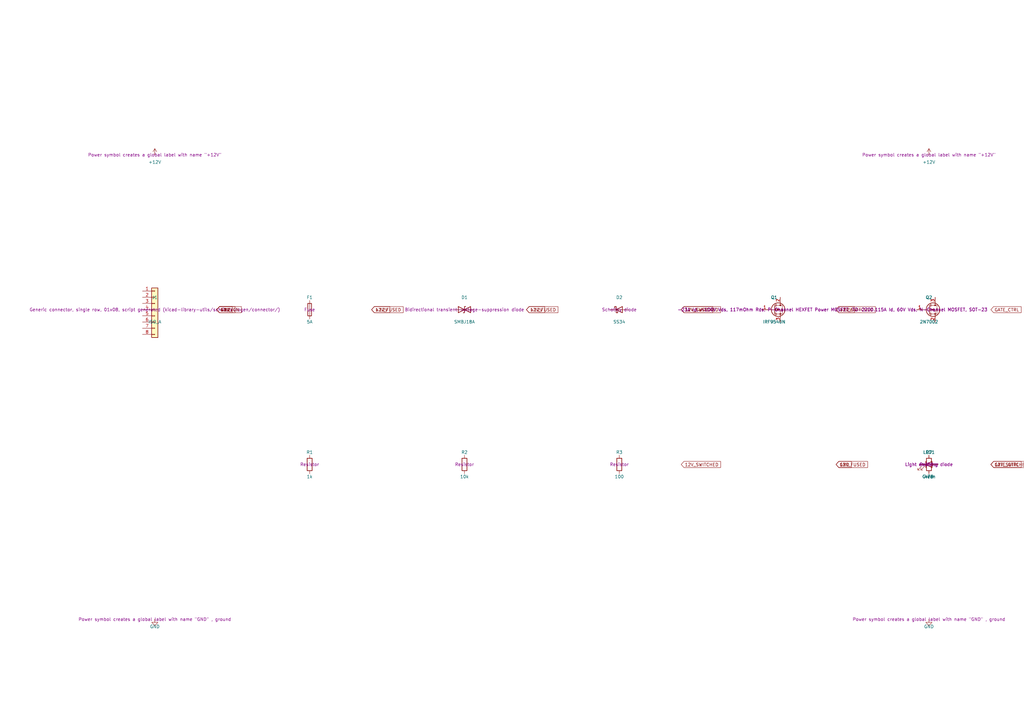
<source format=kicad_sch>
(kicad_sch (version 20250114) (generator "eeschema") (generator_version "9.0")
  (paper "A3")
  (title_block (title "WRX Power & CAN HAT") (date "2026-02-02T00:08:32.410828") (rev "1.0") (company "Auto-generated by Python"))
  (lib_symbols
    (symbol "Connector:Screw_Terminal_01x02" (pin_names (offset 1.016) (hide yes))
      (property "Reference" "J" (at 0 2.54 0))
      (property "Value" "Screw_Terminal_01x02" (at 0 -5.08 0))
      (symbol "Screw_Terminal_01x02_1_1"
        (pin passive line (at -5.08 0 0) (length 3.81) (name "Pin_1") (number "1"))
        (pin passive line (at -5.08 -2.54 0) (length 3.81) (name "Pin_2") (number "2"))
      )
    )
    (symbol "Connector_Generic:Conn_01x02" (pin_names (offset 1.016) (hide yes))
      (property "Reference" "J" (at 0 2.54 0))
      (property "Value" "Conn_01x02" (at 0 -5.08 0))
      (symbol "Conn_01x02_1_1"
        (pin passive line (at -5.08 0 0) (length 3.81) (name "Pin_1") (number "1"))
        (pin passive line (at -5.08 -2.54 0) (length 3.81) (name "Pin_2") (number "2"))
      )
    )
    (symbol "Connector_Generic:Conn_01x03" (pin_names (offset 1.016) (hide yes))
      (property "Reference" "J" (at 0 5.08 0))
      (property "Value" "Conn_01x03" (at 0 -5.08 0))
      (symbol "Conn_01x03_1_1"
        (pin passive line (at -5.08 2.54 0) (length 3.81) (name "Pin_1") (number "1"))
        (pin passive line (at -5.08 0 0) (length 3.81) (name "Pin_2") (number "2"))
        (pin passive line (at -5.08 -2.54 0) (length 3.81) (name "Pin_3") (number "3"))
      )
    )
    (symbol "Connector_Generic:Conn_01x06" (pin_names (offset 1.016) (hide yes))
      (property "Reference" "J" (at 0 7.62 0))
      (property "Value" "Conn_01x06" (at 0 -10.16 0))
      (symbol "Conn_01x06_1_1"
        (pin passive line (at -5.08 5.08 0) (length 3.81) (name "Pin_1") (number "1"))
        (pin passive line (at -5.08 2.54 0) (length 3.81) (name "Pin_2") (number "2"))
        (pin passive line (at -5.08 0 0) (length 3.81) (name "Pin_3") (number "3"))
        (pin passive line (at -5.08 -2.54 0) (length 3.81) (name "Pin_4") (number "4"))
        (pin passive line (at -5.08 -5.08 0) (length 3.81) (name "Pin_5") (number "5"))
        (pin passive line (at -5.08 -7.62 0) (length 3.81) (name "Pin_6") (number "6"))
      )
    )
    (symbol "Connector_Generic:Conn_01x08" (pin_names (offset 1.016) (hide yes))
      (property "Reference" "J" (at 0 10.16 0))
      (property "Value" "Conn_01x08" (at 0 -12.7 0))
      (symbol "Conn_01x08_1_1"
        (pin passive line (at -5.08 7.62 0) (length 3.81) (name "Pin_1") (number "1"))
        (pin passive line (at -5.08 5.08 0) (length 3.81) (name "Pin_2") (number "2"))
        (pin passive line (at -5.08 2.54 0) (length 3.81) (name "Pin_3") (number "3"))
        (pin passive line (at -5.08 0 0) (length 3.81) (name "Pin_4") (number "4"))
        (pin passive line (at -5.08 -2.54 0) (length 3.81) (name "Pin_5") (number "5"))
        (pin passive line (at -5.08 -5.08 0) (length 3.81) (name "Pin_6") (number "6"))
        (pin passive line (at -5.08 -7.62 0) (length 3.81) (name "Pin_7") (number "7"))
        (pin passive line (at -5.08 -10.16 0) (length 3.81) (name "Pin_8") (number "8"))
      )
    )
    (symbol "Connector_Generic:Conn_01x16" (pin_names (offset 1.016) (hide yes))
      (property "Reference" "J" (at 0 20.32 0))
      (property "Value" "Conn_01x16" (at 0 -22.86 0))
      (symbol "Conn_01x16_1_1"
        (pin passive line (at -5.08 17.78 0) (length 3.81) (name "Pin_1") (number "1"))
        (pin passive line (at -5.08 15.24 0) (length 3.81) (name "Pin_2") (number "2"))
        (pin passive line (at -5.08 12.7 0) (length 3.81) (name "Pin_3") (number "3"))
        (pin passive line (at -5.08 10.16 0) (length 3.81) (name "Pin_4") (number "4"))
        (pin passive line (at -5.08 7.62 0) (length 3.81) (name "Pin_5") (number "5"))
        (pin passive line (at -5.08 5.08 0) (length 3.81) (name "Pin_6") (number "6"))
        (pin passive line (at -5.08 2.54 0) (length 3.81) (name "Pin_7") (number "7"))
        (pin passive line (at -5.08 0 0) (length 3.81) (name "Pin_8") (number "8"))
        (pin passive line (at -5.08 -2.54 0) (length 3.81) (name "Pin_9") (number "9"))
        (pin passive line (at -5.08 -5.08 0) (length 3.81) (name "Pin_10") (number "10"))
        (pin passive line (at -5.08 -7.62 0) (length 3.81) (name "Pin_11") (number "11"))
        (pin passive line (at -5.08 -10.16 0) (length 3.81) (name "Pin_12") (number "12"))
        (pin passive line (at -5.08 -12.7 0) (length 3.81) (name "Pin_13") (number "13"))
        (pin passive line (at -5.08 -15.24 0) (length 3.81) (name "Pin_14") (number "14"))
        (pin passive line (at -5.08 -17.78 0) (length 3.81) (name "Pin_15") (number "15"))
        (pin passive line (at -5.08 -20.32 0) (length 3.81) (name "Pin_16") (number "16"))
      )
    )
    (symbol "Connector_Generic:Conn_02x03_Odd_Even" (pin_names (offset 1.016) (hide yes))
      (property "Reference" "J" (at 1.27 5.08 0))
      (property "Value" "Conn_02x03_Odd_Even" (at 1.27 -5.08 0))
      (symbol "Conn_02x03_Odd_Even_1_1"
        (pin passive line (at -5.08 2.54 0) (length 3.81) (name "Pin_1") (number "1"))
        (pin passive line (at -5.08 0 0) (length 3.81) (name "Pin_3") (number "3"))
        (pin passive line (at -5.08 -2.54 0) (length 3.81) (name "Pin_5") (number "5"))
        (pin passive line (at 7.62 2.54 180) (length 3.81) (name "Pin_2") (number "2"))
        (pin passive line (at 7.62 0 180) (length 3.81) (name "Pin_4") (number "4"))
        (pin passive line (at 7.62 -2.54 180) (length 3.81) (name "Pin_6") (number "6"))
      )
    )
    (symbol "Connector_Generic:Conn_02x20_Odd_Even" (pin_names (offset 1.016) (hide yes))
      (property "Reference" "J" (at 1.27 25.4 0))
      (property "Value" "Conn_02x20_Odd_Even" (at 1.27 -27.94 0))
      (symbol "Conn_02x20_Odd_Even_1_1"
        (pin passive line (at -5.08 22.86 0) (length 3.81) (name "Pin_1") (number "1"))
        (pin passive line (at -5.08 20.32 0) (length 3.81) (name "Pin_3") (number "3"))
        (pin passive line (at -5.08 17.78 0) (length 3.81) (name "Pin_5") (number "5"))
        (pin passive line (at -5.08 15.24 0) (length 3.81) (name "Pin_7") (number "7"))
        (pin passive line (at -5.08 12.7 0) (length 3.81) (name "Pin_9") (number "9"))
        (pin passive line (at -5.08 10.16 0) (length 3.81) (name "Pin_11") (number "11"))
        (pin passive line (at -5.08 7.62 0) (length 3.81) (name "Pin_13") (number "13"))
        (pin passive line (at -5.08 5.08 0) (length 3.81) (name "Pin_15") (number "15"))
        (pin passive line (at -5.08 2.54 0) (length 3.81) (name "Pin_17") (number "17"))
        (pin passive line (at -5.08 0 0) (length 3.81) (name "Pin_19") (number "19"))
        (pin passive line (at -5.08 -2.54 0) (length 3.81) (name "Pin_21") (number "21"))
        (pin passive line (at -5.08 -5.08 0) (length 3.81) (name "Pin_23") (number "23"))
        (pin passive line (at -5.08 -7.62 0) (length 3.81) (name "Pin_25") (number "25"))
        (pin passive line (at -5.08 -10.16 0) (length 3.81) (name "Pin_27") (number "27"))
        (pin passive line (at -5.08 -12.7 0) (length 3.81) (name "Pin_29") (number "29"))
        (pin passive line (at -5.08 -15.24 0) (length 3.81) (name "Pin_31") (number "31"))
        (pin passive line (at -5.08 -17.78 0) (length 3.81) (name "Pin_33") (number "33"))
        (pin passive line (at -5.08 -20.32 0) (length 3.81) (name "Pin_35") (number "35"))
        (pin passive line (at -5.08 -22.86 0) (length 3.81) (name "Pin_37") (number "37"))
        (pin passive line (at -5.08 -25.4 0) (length 3.81) (name "Pin_39") (number "39"))
        (pin passive line (at 7.62 22.86 180) (length 3.81) (name "Pin_2") (number "2"))
        (pin passive line (at 7.62 20.32 180) (length 3.81) (name "Pin_4") (number "4"))
        (pin passive line (at 7.62 17.78 180) (length 3.81) (name "Pin_6") (number "6"))
        (pin passive line (at 7.62 15.24 180) (length 3.81) (name "Pin_8") (number "8"))
        (pin passive line (at 7.62 12.7 180) (length 3.81) (name "Pin_10") (number "10"))
        (pin passive line (at 7.62 10.16 180) (length 3.81) (name "Pin_12") (number "12"))
        (pin passive line (at 7.62 7.62 180) (length 3.81) (name "Pin_14") (number "14"))
        (pin passive line (at 7.62 5.08 180) (length 3.81) (name "Pin_16") (number "16"))
        (pin passive line (at 7.62 2.54 180) (length 3.81) (name "Pin_18") (number "18"))
        (pin passive line (at 7.62 0 180) (length 3.81) (name "Pin_20") (number "20"))
        (pin passive line (at 7.62 -2.54 180) (length 3.81) (name "Pin_22") (number "22"))
        (pin passive line (at 7.62 -5.08 180) (length 3.81) (name "Pin_24") (number "24"))
        (pin passive line (at 7.62 -7.62 180) (length 3.81) (name "Pin_26") (number "26"))
        (pin passive line (at 7.62 -10.16 180) (length 3.81) (name "Pin_28") (number "28"))
        (pin passive line (at 7.62 -12.7 180) (length 3.81) (name "Pin_30") (number "30"))
        (pin passive line (at 7.62 -15.24 180) (length 3.81) (name "Pin_32") (number "32"))
        (pin passive line (at 7.62 -17.78 180) (length 3.81) (name "Pin_34") (number "34"))
        (pin passive line (at 7.62 -20.32 180) (length 3.81) (name "Pin_36") (number "36"))
        (pin passive line (at 7.62 -22.86 180) (length 3.81) (name "Pin_38") (number "38"))
        (pin passive line (at 7.62 -25.4 180) (length 3.81) (name "Pin_40") (number "40"))
      )
    )
    (symbol "Device:C" (pin_numbers (hide yes)) (pin_names (offset 0.254))
      (property "Reference" "C" (at 0.635 2.54 0))
      (property "Value" "C" (at 0.635 -2.54 0))
      (symbol "C_1_1"
        (pin passive line (at 0 3.81 270) (length 2.794) (name "~") (number "1"))
        (pin passive line (at 0 -3.81 90) (length 2.794) (name "~") (number "2"))
      )
    )
    (symbol "Device:Crystal" (pin_numbers (hide yes)) (pin_names (offset 1.016) (hide yes))
      (property "Reference" "Y" (at 0 3.81 0))
      (property "Value" "Crystal" (at 0 -3.81 0))
      (symbol "Crystal_1_1"
        (pin passive line (at -3.81 0 0) (length 1.27) (name "1") (number "1"))
        (pin passive line (at 3.81 0 180) (length 1.27) (name "2") (number "2"))
      )
    )
    (symbol "Device:D" (pin_numbers (hide yes)) (pin_names (offset 1.016) (hide yes))
      (property "Reference" "D" (at 0 2.54 0))
      (property "Value" "D" (at 0 -2.54 0))
      (symbol "D_1_1"
        (pin passive line (at -3.81 0 0) (length 2.54) (name "K") (number "1"))
        (pin passive line (at 3.81 0 180) (length 2.54) (name "A") (number "2"))
      )
    )
    (symbol "Device:D_Schottky" (pin_numbers (hide yes)) (pin_names (offset 1.016) (hide yes))
      (property "Reference" "D" (at 0 2.54 0))
      (property "Value" "D_Schottky" (at 0 -2.54 0))
      (symbol "D_Schottky_1_1"
        (pin passive line (at -3.81 0 0) (length 2.54) (name "K") (number "1"))
        (pin passive line (at 3.81 0 180) (length 2.54) (name "A") (number "2"))
      )
    )
    (symbol "Device:D_TVS" (pin_numbers (hide yes)) (pin_names (offset 1.016) (hide yes))
      (property "Reference" "D" (at 0 2.54 0))
      (property "Value" "D_TVS" (at 0 -2.54 0))
      (symbol "D_TVS_1_1"
        (pin passive line (at -3.81 0 0) (length 2.54) (name "A1") (number "1"))
        (pin passive line (at 3.81 0 180) (length 2.54) (name "A2") (number "2"))
      )
    )
    (symbol "Device:Fuse" (pin_numbers (hide yes)) (pin_names (offset 0))
      (property "Reference" "F" (at 2.032 0 90))
      (property "Value" "Fuse" (at -1.905 0 90))
      (symbol "Fuse_1_1"
        (pin passive line (at 0 3.81 270) (length 1.27) (name "~") (number "1"))
        (pin passive line (at 0 -3.81 90) (length 1.27) (name "~") (number "2"))
      )
    )
    (symbol "Device:L" (pin_numbers (hide yes)) (pin_names (offset 1.016) (hide yes))
      (property "Reference" "L" (at -1.27 0 90))
      (property "Value" "L" (at 1.905 0 90))
      (symbol "L_1_1"
        (pin passive line (at 0 3.81 270) (length 1.27) (name "1") (number "1"))
        (pin passive line (at 0 -3.81 90) (length 1.27) (name "2") (number "2"))
      )
    )
    (symbol "Device:LED" (pin_numbers (hide yes)) (pin_names (offset 1.016) (hide yes))
      (property "Reference" "D" (at 0 2.54 0))
      (property "Value" "LED" (at 0 -2.54 0))
      (symbol "LED_1_1"
        (pin passive line (at -3.81 0 0) (length 2.54) (name "K") (number "1"))
        (pin passive line (at 3.81 0 180) (length 2.54) (name "A") (number "2"))
      )
    )
    (symbol "Device:R" (pin_numbers (hide yes)) (pin_names (offset 0))
      (property "Reference" "R" (at 2.032 0 90))
      (property "Value" "R" (at 0 0 90))
      (symbol "R_1_1"
        (pin passive line (at 0 3.81 270) (length 1.27) (name "~") (number "1"))
        (pin passive line (at 0 -3.81 90) (length 1.27) (name "~") (number "2"))
      )
    )
    (symbol "Interface_CAN_LIN:SN65HVD230" (pin_names (offset 1.016))
      (property "Reference" "U" (at -2.54 10.16 0))
      (property "Value" "SN65HVD230" (at -2.54 7.62 0))
      (symbol "SN65HVD230_1_1"
        (pin input line (at -10.16 2.54 0) (length 2.54) (name "D") (number "1"))
        (pin output line (at -10.16 0 0) (length 2.54) (name "R") (number "4"))
        (pin output line (at -10.16 -2.54 0) (length 2.54) (name "Vref") (number "5"))
        (pin input line (at -10.16 -5.08 0) (length 2.54) (name "Rs") (number "8"))
        (pin power_in line (at 0 7.62 270) (length 2.54) (name "VCC") (number "3"))
        (pin power_in line (at 0 -10.16 90) (length 2.54) (name "GND") (number "2"))
        (pin bidirectional line (at 10.16 0 180) (length 2.54) (name "CANH") (number "7"))
        (pin bidirectional line (at 10.16 -2.54 180) (length 2.54) (name "CANL") (number "6"))
      )
    )
    (symbol "Isolator:LTV-817S" (pin_names (offset 1.016))
      (property "Reference" "U" (at -3.81 5.08 0))
      (property "Value" "LTV-817S" (at 0 -5.08 0))
      (symbol "LTV-817S_1_1"
        (pin passive line (at -7.62 2.54 0) (length 2.54) (name "~") (number "1"))
        (pin passive line (at -7.62 -2.54 0) (length 2.54) (name "~") (number "2"))
        (pin passive line (at 7.62 2.54 180) (length 2.54) (name "~") (number "4"))
        (pin passive line (at 7.62 -2.54 180) (length 2.54) (name "~") (number "3"))
      )
    )
    (symbol "Regulator_Linear:AMS1117-3.3"
      (property "Reference" "U" (at -3.81 3.175 0))
      (property "Value" "AMS1117-3.3" (at 0 3.175 0))
      (symbol "AMS1117-3.3_1_1"
        (pin power_in line (at -7.62 0 0) (length 2.54) (name "VI") (number "3"))
        (pin power_in line (at 0 -7.62 90) (length 2.54) (name "GND") (number "1"))
        (pin power_out line (at 7.62 0 180) (length 2.54) (name "VO") (number "2"))
      )
    )
    (symbol "Regulator_Switching:LM2596S-5"
      (property "Reference" "U" (at -10.16 6.35 0))
      (property "Value" "LM2596S-5" (at 0 6.35 0))
      (symbol "LM2596S-5_1_1"
        (pin power_in line (at -12.7 2.54 0) (length 2.54) (name "VIN") (number "1"))
        (pin input line (at -12.7 -2.54 0) (length 2.54) (name "~{ON}/OFF") (number "5"))
        (pin power_in line (at 0 -7.62 90) (length 2.54) (name "GND") (number "3"))
        (pin input line (at 12.7 2.54 180) (length 2.54) (name "FB") (number "4"))
        (pin output line (at 12.7 -2.54 180) (length 2.54) (name "OUT") (number "2"))
      )
    )
    (symbol "Transistor_FET:2N7002" (pin_names (offset 0) (hide yes))
      (property "Reference" "Q" (at 5.08 1.905 0))
      (property "Value" "2N7002" (at 5.08 0 0))
      (symbol "2N7002_1_1"
        (pin input line (at -5.08 0 0) (length 2.54) (name "G") (number "1"))
        (pin passive line (at 2.54 5.08 270) (length 2.54) (name "D") (number "3"))
        (pin passive line (at 2.54 -5.08 90) (length 2.54) (name "S") (number "2"))
      )
    )
    (symbol "Transistor_FET:IRF9540N" (pin_names (hide yes))
      (property "Reference" "Q" (at 5.08 1.905 0))
      (property "Value" "IRF9540N" (at 5.08 0 0))
      (symbol "IRF9540N_1_1"
        (pin input line (at -5.08 0 0) (length 2.54) (name "G") (number "1"))
        (pin passive line (at 2.54 5.08 270) (length 2.54) (name "D") (number "2"))
        (pin passive line (at 2.54 -5.08 90) (length 2.54) (name "S") (number "3"))
      )
    )
    (symbol "power:+12V" (power) (pin_numbers (hide yes)) (pin_names (offset 0) (hide yes))
      (property "Value" "+12V" (at 0 3.556 0))
      (symbol "+12V_1_1"
        (pin power_in line (at 0 0 90) (length 0) (name "~") (number "1"))
      )
    )
    (symbol "power:+3.3V" (power) (pin_numbers (hide yes)) (pin_names (offset 0) (hide yes))
      (property "Value" "+3.3V" (at 0 3.556 0))
      (symbol "+3.3V_1_1"
        (pin power_in line (at 0 0 90) (length 0) (name "~") (number "1"))
      )
    )
    (symbol "power:+5V" (power) (pin_numbers (hide yes)) (pin_names (offset 0) (hide yes))
      (property "Value" "+5V" (at 0 3.556 0))
      (symbol "+5V_1_1"
        (pin power_in line (at 0 0 90) (length 0) (name "~") (number "1"))
      )
    )
    (symbol "power:GND" (power) (pin_numbers (hide yes)) (pin_names (offset 0) (hide yes))
      (property "Value" "GND" (at 0 -3.81 0))
      (symbol "GND_1_1"
        (pin power_in line (at 0 0 270) (length 0) (name "~") (number "1"))
      )
    )
  )
  (symbol (lib_id "Device:C") (at 635 190.5 0) (unit 1)
    (property "Reference" "C10" (at 635 185.5 0))
    (property "Value" "10uF" (at 635 195.5 0))
    (property "Description" "Unpolarized capacitor" (at 635 190.5 0))
  )
  (symbol (lib_id "Device:R") (at 254 381 0) (unit 1)
    (property "Reference" "R4" (at 254 376 0))
    (property "Value" "1.5k" (at 254 386 0))
    (property "Description" "Resistor" (at 254 381 0))
  )
  (symbol (lib_id "Device:R") (at 317.5 381 0) (unit 1)
    (property "Reference" "R5" (at 317.5 376 0))
    (property "Value" "1k" (at 317.5 386 0))
    (property "Description" "Resistor" (at 317.5 381 0))
  )
  (symbol (lib_id "Device:Crystal") (at 190.5 571.5 0) (unit 1)
    (property "Reference" "Y1" (at 190.5 566.5 0))
    (property "Value" "8MHz" (at 190.5 576.5 0))
    (property "Description" "Two pin crystal" (at 190.5 571.5 0))
  )
  (symbol (lib_id "Device:C") (at 698.5 762 0) (unit 1)
    (property "Reference" "C14" (at 698.5 757 0))
    (property "Value" "2.2uF" (at 698.5 767 0))
    (property "Description" "Unpolarized capacitor" (at 698.5 762 0))
  )
  (symbol (lib_id "Connector_Generic:Conn_01x16") (at 444.5 508 0) (unit 1)
    (property "Reference" "J3" (at 444.5 503 0))
    (property "Value" "OBD-II" (at 444.5 513 0))
    (property "Description" "Generic connector, single row, 01x16, script generated (kicad-library-utils/schlib/autogen/connector/)" (at 444.5 508 0))
  )
  (symbol (lib_id "Connector_Generic:Conn_01x02") (at 635 571.5 0) (unit 1)
    (property "Reference" "J6" (at 635 566.5 0))
    (property "Value" "FAN" (at 635 576.5 0))
    (property "Description" "Generic connector, single row, 01x02, script generated (kicad-library-utils/schlib/autogen/connector/)" (at 635 571.5 0))
  )
  (symbol (lib_id "Device:CP") (at 190.5 381 0) (unit 1)
    (property "Reference" "C?" (at 190.5 376 0))
    (property "Value" "220uF" (at 190.5 386 0))
  )
  (symbol (lib_id "Device:R") (at 635 381 0) (unit 1)
    (property "Reference" "R16" (at 635 376 0))
    (property "Value" "470" (at 635 386 0))
    (property "Description" "Resistor" (at 635 381 0))
  )
  (symbol (lib_id "Device:R") (at 381 508 0) (unit 1)
    (property "Reference" "R8" (at 381 503 0))
    (property "Value" "120" (at 381 513 0))
    (property "Description" "Resistor" (at 381 508 0))
  )
  (symbol (lib_id "Device:D") (at 635 508 0) (unit 1)
    (property "Reference" "D4" (at 635 503 0))
    (property "Value" "1N4148" (at 635 513 0))
    (property "Description" "Diode" (at 635 508 0))
    (property "Sim.Device" "D" (effects (hide yes)))
    (property "Sim.Pins" "1=K 2=A" (effects (hide yes)))
  )
  (symbol (lib_id "Device:C") (at 635 698.5 0) (unit 1)
    (property "Reference" "C11" (at 635 693.5 0))
    (property "Value" "1uF" (at 635 703.5 0))
    (property "Description" "Unpolarized capacitor" (at 635 698.5 0))
  )
  (symbol (lib_id "Connector:Screw_Terminal_01x02") (at 444.5 571.5 0) (unit 1)
    (property "Reference" "J4" (at 444.5 566.5 0))
    (property "Value" "CAN_Term" (at 444.5 576.5 0))
    (property "Description" "Generic screw terminal, single row, 01x02, script generated (kicad-library-utils/schlib/autogen/connector/)" (at 444.5 571.5 0))
  )
  (symbol (lib_id "Device:D_Schottky") (at 254 127 0) (unit 1)
    (property "Reference" "D2" (at 254 122 0))
    (property "Value" "SS34" (at 254 132 0))
    (property "Description" "Schottky diode" (at 254 127 0))
  )
  (symbol (lib_id "Device:C") (at 571.5 190.5 0) (unit 1)
    (property "Reference" "C8" (at 571.5 185.5 0))
    (property "Value" "100nF" (at 571.5 195.5 0))
    (property "Description" "Unpolarized capacitor" (at 571.5 190.5 0))
  )
  (symbol (lib_id "Device:C") (at 381 571.5 0) (unit 1)
    (property "Reference" "C6" (at 381 566.5 0))
    (property "Value" "22pF" (at 381 576.5 0))
    (property "Description" "Unpolarized capacitor" (at 381 571.5 0))
  )
  (symbol (lib_id "Device:C") (at 635 762 0) (unit 1)
    (property "Reference" "C12" (at 635 757 0))
    (property "Value" "2.2uF" (at 635 767 0))
    (property "Description" "Unpolarized capacitor" (at 635 762 0))
  )
  (symbol (lib_id "Device:CP") (at 317.5 190.5 0) (unit 1)
    (property "Reference" "C?" (at 317.5 185.5 0))
    (property "Value" "100uF" (at 317.5 195.5 0))
  )
  (symbol (lib_id "Device:L") (at 190.5 317.5 0) (unit 1)
    (property "Reference" "L1" (at 190.5 312.5 0))
    (property "Value" "33uH" (at 190.5 322.5 0))
    (property "Description" "Inductor" (at 190.5 317.5 0))
  )
  (symbol (lib_id "Connector_Generic:Conn_01x08") (at 63.5 127 0) (unit 1)
    (property "Reference" "J1" (at 63.5 122 0))
    (property "Value" "ISO_A" (at 63.5 132 0))
    (property "Description" "Generic connector, single row, 01x08, script generated (kicad-library-utils/schlib/autogen/connector/)" (at 63.5 127 0))
  )
  (symbol (lib_id "Regulator_Linear:AMS1117-3.3") (at 127 698.5 0) (unit 1)
    (property "Reference" "U2" (at 127 693.5 0))
    (property "Value" "AMS1117-3.3" (at 127 703.5 0))
    (property "Footprint" "Package_TO_SOT_SMD:SOT-223-3_TabPin2" (effects (hide yes)))
    (property "Datasheet" "http://www.advanced-monolithic.com/pdf/ds1117.pdf" (effects (hide yes)))
    (property "Description" "1A Low Dropout regulator, positive, 3.3V fixed output, SOT-223" (at 127 698.5 0))
  )
  (symbol (lib_id "power:+12V") (at 63.5 63.5 0) (unit 1)
    (property "Reference" "#PWR01" (effects (hide yes)))
    (property "Value" "+12V" (at 63.5 66.5 0))
    (property "Description" "Power symbol creates a global label with name \"+12V\"" (at 63.5 63.5 0))
  )
  (symbol (lib_id "power:GND") (at 698.5 254 0) (unit 1)
    (property "Reference" "#PWR07" (effects (hide yes)))
    (property "Value" "GND" (at 698.5 257 0))
    (property "Description" "Power symbol creates a global label with name \"GND\" , ground" (at 698.5 254 0))
  )
  (symbol (lib_id "Connector_Generic:Conn_02x20_Odd_Even") (at 381 698.5 0) (unit 1)
    (property "Reference" "J2" (at 381 693.5 0))
    (property "Value" "Pi_GPIO" (at 381 703.5 0))
    (property "Description" "Generic connector, double row, 02x20, odd/even pin numbering scheme (row 1 odd numbers, row 2 even numbers), script generated (kicad-library-utils/schlib/autogen/connector/)" (at 381 698.5 0))
  )
  (symbol (lib_id "Device:C") (at 254 698.5 0) (unit 1)
    (property "Reference" "C4" (at 254 693.5 0))
    (property "Value" "10uF" (at 254 703.5 0))
    (property "Description" "Unpolarized capacitor" (at 254 698.5 0))
  )
  (symbol (lib_id "Device:R") (at 571.5 825.5 0) (unit 1)
    (property "Reference" "R15" (at 571.5 820.5 0))
    (property "Value" "1k" (at 571.5 830.5 0))
    (property "Description" "Resistor" (at 571.5 825.5 0))
  )
  (symbol (lib_id "MCU_Microchip_ATtiny:ATtiny85-20PU") (at 444.5 317.5 0) (unit 1)
    (property "Reference" "U?" (at 444.5 312.5 0))
    (property "Value" "ATtiny85" (at 444.5 322.5 0))
  )
  (symbol (lib_id "Device:C") (at 444.5 381 0) (unit 1)
    (property "Reference" "C7" (at 444.5 376 0))
    (property "Value" "100nF" (at 444.5 386 0))
    (property "Description" "Unpolarized capacitor" (at 444.5 381 0))
  )
  (symbol (lib_id "power:+3.3V") (at 63.5 635 0) (unit 1)
    (property "Reference" "#PWR03" (effects (hide yes)))
    (property "Value" "+3.3V" (at 63.5 638 0))
    (property "Description" "Power symbol creates a global label with name \"+3.3V\"" (at 63.5 635 0))
  )
  (symbol (lib_id "Device:R") (at 698.5 825.5 0) (unit 1)
    (property "Reference" "R18" (at 698.5 820.5 0))
    (property "Value" "1k" (at 698.5 830.5 0))
    (property "Description" "Resistor" (at 698.5 825.5 0))
  )
  (symbol (lib_id "Device:R") (at 571.5 571.5 0) (unit 1)
    (property "Reference" "R14" (at 571.5 566.5 0))
    (property "Value" "1k" (at 571.5 576.5 0))
    (property "Description" "Resistor" (at 571.5 571.5 0))
  )
  (symbol (lib_id "Connector_Generic:Conn_01x03") (at 698.5 571.5 0) (unit 1)
    (property "Reference" "JP2" (at 698.5 566.5 0))
    (property "Value" "5V/12V" (at 698.5 576.5 0))
    (property "Description" "Generic connector, single row, 01x03, script generated (kicad-library-utils/schlib/autogen/connector/)" (at 698.5 571.5 0))
  )
  (symbol (lib_id "Isolator:LTV-817S") (at 444.5 127 0) (unit 1)
    (property "Reference" "U4" (at 444.5 122 0))
    (property "Value" "LTV-817S" (at 444.5 132 0))
    (property "Footprint" "Package_DIP:SMDIP-4_W9.53mm" (effects (hide yes)))
    (property "Datasheet" "http://www.us.liteon.com/downloads/LTV-817-827-847.PDF" (effects (hide yes)))
    (property "Description" "DC Optocoupler, Vce 35V, CTR 50%, SMDIP-4" (at 444.5 127 0))
  )
  (symbol (lib_id "Device:R") (at 317.5 508 0) (unit 1)
    (property "Reference" "R6" (at 317.5 503 0))
    (property "Value" "10k" (at 317.5 513 0))
    (property "Description" "Resistor" (at 317.5 508 0))
  )
  (symbol (lib_id "Device:R") (at 508 190.5 0) (unit 1)
    (property "Reference" "R11" (at 508 185.5 0))
    (property "Value" "10k" (at 508 195.5 0))
    (property "Description" "Resistor" (at 508 190.5 0))
  )
  (symbol (lib_id "Connector_Generic:Conn_01x02") (at 508 571.5 0) (unit 1)
    (property "Reference" "JP1" (at 508 566.5 0))
    (property "Value" "Jumper" (at 508 576.5 0))
    (property "Description" "Generic connector, single row, 01x02, script generated (kicad-library-utils/schlib/autogen/connector/)" (at 508 571.5 0))
  )
  (symbol (lib_id "Device:R") (at 571.5 381 0) (unit 1)
    (property "Reference" "R13" (at 571.5 376 0))
    (property "Value" "470" (at 571.5 386 0))
    (property "Description" "Resistor" (at 571.5 381 0))
  )
  (symbol (lib_id "Device:C") (at 190.5 698.5 0) (unit 1)
    (property "Reference" "C2" (at 190.5 693.5 0))
    (property "Value" "10uF" (at 190.5 703.5 0))
    (property "Description" "Unpolarized capacitor" (at 190.5 698.5 0))
  )
  (symbol (lib_id "Device:R") (at 635 825.5 0) (unit 1)
    (property "Reference" "R17" (at 635 820.5 0))
    (property "Value" "1k" (at 635 830.5 0))
    (property "Description" "Resistor" (at 635 825.5 0))
  )
  (symbol (lib_id "Device:R") (at 444.5 127 0) (unit 1)
    (property "Reference" "R9" (at 444.5 122 0))
    (property "Value" "10k" (at 444.5 132 0))
    (property "Description" "Resistor" (at 444.5 127 0))
  )
  (symbol (lib_id "Device:D_Schottky") (at 254 317.5 0) (unit 1)
    (property "Reference" "D3" (at 254 312.5 0))
    (property "Value" "SS54" (at 254 322.5 0))
    (property "Description" "Schottky diode" (at 254 317.5 0))
  )
  (symbol (lib_id "Regulator_Switching:LM2596S-5") (at 127 317.5 0) (unit 1)
    (property "Reference" "U1" (at 127 312.5 0))
    (property "Value" "LM2596S-5.0" (at 127 322.5 0))
    (property "Footprint" "Package_TO_SOT_SMD:TO-263-5_TabPin3" (effects (hide yes)))
    (property "Datasheet" "http://www.ti.com/lit/ds/symlink/lm2596.pdf" (effects (hide yes)))
    (property "Description" "5V 3A Step-Down Voltage Regulator, TO-263" (at 127 317.5 0))
  )
  (symbol (lib_id "Device:R") (at 508 381 0) (unit 1)
    (property "Reference" "R12" (at 508 376 0))
    (property "Value" "10k" (at 508 386 0))
    (property "Description" "Resistor" (at 508 381 0))
  )
  (symbol (lib_id "Connector_Generic:Conn_01x06") (at 825.5 762 0) (unit 1)
    (property "Reference" "J7" (at 825.5 757 0))
    (property "Value" "Audio" (at 825.5 767 0))
    (property "Description" "Generic connector, single row, 01x06, script generated (kicad-library-utils/schlib/autogen/connector/)" (at 825.5 762 0))
  )
  (symbol (lib_id "Device:C") (at 571.5 762 0) (unit 1)
    (property "Reference" "C9" (at 571.5 757 0))
    (property "Value" "2.2uF" (at 571.5 767 0))
    (property "Description" "Unpolarized capacitor" (at 571.5 762 0))
  )
  (symbol (lib_id "Connector_Generic:Conn_01x16") (at 571.5 698.5 0) (unit 1)
    (property "Reference" "U5" (at 571.5 693.5 0))
    (property "Value" "PCM5142" (at 571.5 703.5 0))
    (property "Description" "Generic connector, single row, 01x16, script generated (kicad-library-utils/schlib/autogen/connector/)" (at 571.5 698.5 0))
  )
  (symbol (lib_id "Transistor_FET:2N7002") (at 381 127 0) (unit 1)
    (property "Reference" "Q2" (at 381 122 0))
    (property "Value" "2N7002" (at 381 132 0))
    (property "Footprint" "Package_TO_SOT_SMD:SOT-23" (effects (hide yes)))
    (property "Datasheet" "https://www.onsemi.com/pub/Collateral/NDS7002A-D.PDF" (effects (hide yes)))
    (property "Description" "0.115A Id, 60V Vds, N-Channel MOSFET, SOT-23" (at 381 127 0))
  )
  (symbol (lib_id "power:GND") (at 63.5 254 0) (unit 1)
    (property "Reference" "#PWR02" (effects (hide yes)))
    (property "Value" "GND" (at 63.5 257 0))
    (property "Description" "Power symbol creates a global label with name \"GND\" , ground" (at 63.5 254 0))
  )
  (symbol (lib_id "Device:LED") (at 571.5 317.5 0) (unit 1)
    (property "Reference" "LED3" (at 571.5 312.5 0))
    (property "Value" "Yellow" (at 571.5 322.5 0))
    (property "Description" "Light emitting diode" (at 571.5 317.5 0))
    (property "Sim.Pins" "1=K 2=A" (effects (hide yes)))
  )
  (symbol (lib_id "Device:C") (at 254 571.5 0) (unit 1)
    (property "Reference" "C3" (at 254 566.5 0))
    (property "Value" "100nF" (at 254 576.5 0))
    (property "Description" "Unpolarized capacitor" (at 254 571.5 0))
  )
  (symbol (lib_id "Device:R") (at 444.5 190.5 0) (unit 1)
    (property "Reference" "R10" (at 444.5 185.5 0))
    (property "Value" "1k" (at 444.5 195.5 0))
    (property "Description" "Resistor" (at 444.5 190.5 0))
  )
  (symbol (lib_id "Device:R") (at 190.5 190.5 0) (unit 1)
    (property "Reference" "R2" (at 190.5 185.5 0))
    (property "Value" "10k" (at 190.5 195.5 0))
    (property "Description" "Resistor" (at 190.5 190.5 0))
  )
  (symbol (lib_id "Device:LED") (at 508 317.5 0) (unit 1)
    (property "Reference" "LED2" (at 508 312.5 0))
    (property "Value" "Red" (at 508 322.5 0))
    (property "Description" "Light emitting diode" (at 508 317.5 0))
    (property "Sim.Pins" "1=K 2=A" (effects (hide yes)))
  )
  (symbol (lib_id "Transistor_FET:2N7002") (at 571.5 508 0) (unit 1)
    (property "Reference" "Q3" (at 571.5 503 0))
    (property "Value" "2N7002" (at 571.5 513 0))
    (property "Footprint" "Package_TO_SOT_SMD:SOT-23" (effects (hide yes)))
    (property "Datasheet" "https://www.onsemi.com/pub/Collateral/NDS7002A-D.PDF" (effects (hide yes)))
    (property "Description" "0.115A Id, 60V Vds, N-Channel MOSFET, SOT-23" (at 571.5 508 0))
  )
  (symbol (lib_id "Device:LED") (at 381 190.5 0) (unit 1)
    (property "Reference" "LED1" (at 381 185.5 0))
    (property "Value" "Green" (at 381 195.5 0))
    (property "Description" "Light emitting diode" (at 381 190.5 0))
    (property "Sim.Pins" "1=K 2=A" (effects (hide yes)))
  )
  (symbol (lib_id "Interface_CAN_LIN:SN65HVD230") (at 254 508 0) (unit 1)
    (property "Reference" "U3" (at 254 503 0))
    (property "Value" "SN65HVD230" (at 254 513 0))
    (property "Footprint" "Package_SO:SOIC-8_3.9x4.9mm_P1.27mm" (effects (hide yes)))
    (property "Datasheet" "http://www.ti.com/lit/ds/symlink/sn65hvd230.pdf" (effects (hide yes)))
    (property "Description" "CAN Bus Transceivers, 3.3V, 1Mbps, Low-Power capabilities, SOIC-8" (at 254 508 0))
  )
  (symbol (lib_id "Device:R") (at 254 190.5 0) (unit 1)
    (property "Reference" "R3" (at 254 185.5 0))
    (property "Value" "100" (at 254 195.5 0))
    (property "Description" "Resistor" (at 254 190.5 0))
  )
  (symbol (lib_id "Device:C") (at 698.5 698.5 0) (unit 1)
    (property "Reference" "C13" (at 698.5 693.5 0))
    (property "Value" "1uF" (at 698.5 703.5 0))
    (property "Description" "Unpolarized capacitor" (at 698.5 698.5 0))
  )
  (symbol (lib_id "power:+5V") (at 381 444.5 0) (unit 1)
    (property "Reference" "#PWR06" (effects (hide yes)))
    (property "Value" "+5V" (at 381 447.5 0))
    (property "Description" "Power symbol creates a global label with name \"+5V\"" (at 381 444.5 0))
  )
  (symbol (lib_id "Device:C") (at 762 762 0) (unit 1)
    (property "Reference" "C15" (at 762 757 0))
    (property "Value" "2.2uF" (at 762 767 0))
    (property "Description" "Unpolarized capacitor" (at 762 762 0))
  )
  (symbol (lib_id "Device:R") (at 381 190.5 0) (unit 1)
    (property "Reference" "R7" (at 381 185.5 0))
    (property "Value" "470" (at 381 195.5 0))
    (property "Description" "Resistor" (at 381 190.5 0))
  )
  (symbol (lib_id "Connector_Generic:Conn_02x03_Odd_Even") (at 635 317.5 0) (unit 1)
    (property "Reference" "J5" (at 635 312.5 0))
    (property "Value" "ISP" (at 635 322.5 0))
    (property "Description" "Generic connector, double row, 02x03, odd/even pin numbering scheme (row 1 odd numbers, row 2 even numbers), script generated (kicad-library-utils/schlib/autogen/connector/)" (at 635 317.5 0))
  )
  (symbol (lib_id "Interface_CAN_LIN:MCP2515-I_SO") (at 127 508 0) (unit 1)
    (property "Reference" "U?" (at 127 503 0))
    (property "Value" "MCP2515" (at 127 513 0))
  )
  (symbol (lib_id "Device:C") (at 127 571.5 0) (unit 1)
    (property "Reference" "C1" (at 127 566.5 0))
    (property "Value" "100nF" (at 127 576.5 0))
    (property "Description" "Unpolarized capacitor" (at 127 571.5 0))
  )
  (symbol (lib_id "Device:R") (at 762 825.5 0) (unit 1)
    (property "Reference" "R19" (at 762 820.5 0))
    (property "Value" "1k" (at 762 830.5 0))
    (property "Description" "Resistor" (at 762 825.5 0))
  )
  (symbol (lib_id "Device:R") (at 127 190.5 0) (unit 1)
    (property "Reference" "R1" (at 127 185.5 0))
    (property "Value" "1k" (at 127 195.5 0))
    (property "Description" "Resistor" (at 127 190.5 0))
  )
  (symbol (lib_id "Device:D_TVS") (at 190.5 127 0) (unit 1)
    (property "Reference" "D1" (at 190.5 122 0))
    (property "Value" "SMBJ18A" (at 190.5 132 0))
    (property "Description" "Bidirectional transient-voltage-suppression diode" (at 190.5 127 0))
  )
  (symbol (lib_id "Device:Fuse") (at 127 127 0) (unit 1)
    (property "Reference" "F1" (at 127 122 0))
    (property "Value" "5A" (at 127 132 0))
    (property "Description" "Fuse" (at 127 127 0))
  )
  (symbol (lib_id "Device:C") (at 317.5 571.5 0) (unit 1)
    (property "Reference" "C5" (at 317.5 566.5 0))
    (property "Value" "22pF" (at 317.5 576.5 0))
    (property "Description" "Unpolarized capacitor" (at 317.5 571.5 0))
  )
  (symbol (lib_id "Transistor_FET:IRF9540N") (at 317.5 127 0) (unit 1)
    (property "Reference" "Q1" (at 317.5 122 0))
    (property "Value" "IRF9540N" (at 317.5 132 0))
    (property "Footprint" "Package_TO_SOT_THT:TO-220-3_Vertical" (effects (hide yes)))
    (property "Datasheet" "http://www.irf.com/product-info/datasheets/data/irf9540n.pdf" (effects (hide yes)))
    (property "Description" "-23A Id, -100V Vds, 117mOhm Rds, P-Channel HEXFET Power MOSFET, TO-220" (at 317.5 127 0))
  )
  (symbol (lib_id "power:+12V") (at 381 63.5 0) (unit 1)
    (property "Reference" "#PWR04" (effects (hide yes)))
    (property "Value" "+12V" (at 381 66.5 0))
    (property "Description" "Power symbol creates a global label with name \"+12V\"" (at 381 63.5 0))
  )
  (symbol (lib_id "power:GND") (at 381 254 0) (unit 1)
    (property "Reference" "#PWR05" (effects (hide yes)))
    (property "Value" "GND" (at 381 257 0))
    (property "Description" "Power symbol creates a global label with name \"GND\" , ground" (at 381 254 0))
  )
  (symbol (lib_id "Device:CP") (at 127 381 0) (unit 1)
    (property "Reference" "C?" (at 127 376 0))
    (property "Value" "100uF" (at 127 386 0))
  )
  (global_label "GND" (shape input) (at 88.9 127.0 0) (property "Intersheetrefs" "${INTERSHEET_REFS}" (effects hide)))
  (global_label "GND" (shape input) (at 342.9 190.5 0) (property "Intersheetrefs" "${INTERSHEET_REFS}" (effects hide)))
  (global_label "GND" (shape input) (at 152.4 381.0 0) (property "Intersheetrefs" "${INTERSHEET_REFS}" (effects hide)))
  (global_label "GND" (shape input) (at 215.9 381.0 0) (property "Intersheetrefs" "${INTERSHEET_REFS}" (effects hide)))
  (global_label "GND" (shape input) (at 469.90000000000003 381.0 0) (property "Intersheetrefs" "${INTERSHEET_REFS}" (effects hide)))
  (global_label "GND" (shape input) (at 152.4 571.5 0) (property "Intersheetrefs" "${INTERSHEET_REFS}" (effects hide)))
  (global_label "GND" (shape input) (at 279.4 571.5 0) (property "Intersheetrefs" "${INTERSHEET_REFS}" (effects hide)))
  (global_label "GND" (shape input) (at 342.9 571.5 0) (property "Intersheetrefs" "${INTERSHEET_REFS}" (effects hide)))
  (global_label "GND" (shape input) (at 406.4 571.5 0) (property "Intersheetrefs" "${INTERSHEET_REFS}" (effects hide)))
  (global_label "GND" (shape input) (at 215.9 698.5 0) (property "Intersheetrefs" "${INTERSHEET_REFS}" (effects hide)))
  (global_label "GND" (shape input) (at 279.4 698.5 0) (property "Intersheetrefs" "${INTERSHEET_REFS}" (effects hide)))
  (global_label "GND" (shape input) (at 152.4 317.5 0) (property "Intersheetrefs" "${INTERSHEET_REFS}" (effects hide)))
  (global_label "GND" (shape input) (at 469.90000000000003 127.0 0) (property "Intersheetrefs" "${INTERSHEET_REFS}" (effects hide)))
  (global_label "GND" (shape input) (at 469.90000000000003 317.5 0) (property "Intersheetrefs" "${INTERSHEET_REFS}" (effects hide)))
  (global_label "GND" (shape input) (at 152.4 508.0 0) (property "Intersheetrefs" "${INTERSHEET_REFS}" (effects hide)))
  (global_label "GND" (shape input) (at 279.4 508.0 0) (property "Intersheetrefs" "${INTERSHEET_REFS}" (effects hide)))
  (global_label "GND" (shape input) (at 152.4 698.5 0) (property "Intersheetrefs" "${INTERSHEET_REFS}" (effects hide)))
  (global_label "GND" (shape input) (at 406.4 698.5 0) (property "Intersheetrefs" "${INTERSHEET_REFS}" (effects hide)))
  (global_label "GND" (shape input) (at 660.4 317.5 0) (property "Intersheetrefs" "${INTERSHEET_REFS}" (effects hide)))
  (global_label "GND" (shape input) (at 660.4 508.0 0) (property "Intersheetrefs" "${INTERSHEET_REFS}" (effects hide)))
  (global_label "+12V" (shape input) (at 88.9 127.0 0) (property "Intersheetrefs" "${INTERSHEET_REFS}" (effects hide)))
  (global_label "+12V" (shape input) (at 152.4 127.0 0) (property "Intersheetrefs" "${INTERSHEET_REFS}" (effects hide)))
  (global_label "+12V" (shape input) (at 215.9 127.0 0) (property "Intersheetrefs" "${INTERSHEET_REFS}" (effects hide)))
  (global_label "+12V" (shape input) (at 342.9 127.0 0) (property "Intersheetrefs" "${INTERSHEET_REFS}" (effects hide)))
  (global_label "+5V" (shape input) (at 152.4 317.5 0) (property "Intersheetrefs" "${INTERSHEET_REFS}" (effects hide)))
  (global_label "+5V" (shape input) (at 215.9 381.0 0) (property "Intersheetrefs" "${INTERSHEET_REFS}" (effects hide)))
  (global_label "+5V" (shape input) (at 152.4 571.5 0) (property "Intersheetrefs" "${INTERSHEET_REFS}" (effects hide)))
  (global_label "+5V" (shape input) (at 469.90000000000003 317.5 0) (property "Intersheetrefs" "${INTERSHEET_REFS}" (effects hide)))
  (global_label "+5V" (shape input) (at 152.4 508.0 0) (property "Intersheetrefs" "${INTERSHEET_REFS}" (effects hide)))
  (global_label "+5V" (shape input) (at 152.4 698.5 0) (property "Intersheetrefs" "${INTERSHEET_REFS}" (effects hide)))
  (global_label "+5V" (shape input) (at 406.4 698.5 0) (property "Intersheetrefs" "${INTERSHEET_REFS}" (effects hide)))
  (global_label "+3.3V" (shape input) (at 279.4 508.0 0) (property "Intersheetrefs" "${INTERSHEET_REFS}" (effects hide)))
  (global_label "+3.3V" (shape input) (at 152.4 698.5 0) (property "Intersheetrefs" "${INTERSHEET_REFS}" (effects hide)))
  (global_label "+3.3V" (shape input) (at 406.4 698.5 0) (property "Intersheetrefs" "${INTERSHEET_REFS}" (effects hide)))
  (global_label "+3.3V" (shape input) (at 469.90000000000003 381.0 0) (property "Intersheetrefs" "${INTERSHEET_REFS}" (effects hide)))
  (global_label "12V_FUSED" (shape input) (at 152.4 127.0 0) (property "Intersheetrefs" "${INTERSHEET_REFS}" (effects hide)))
  (global_label "12V_FUSED" (shape input) (at 215.9 127.0 0) (property "Intersheetrefs" "${INTERSHEET_REFS}" (effects hide)))
  (global_label "12V_FUSED" (shape input) (at 279.4 127.0 0) (property "Intersheetrefs" "${INTERSHEET_REFS}" (effects hide)))
  (global_label "12V_FUSED" (shape input) (at 342.9 190.5 0) (property "Intersheetrefs" "${INTERSHEET_REFS}" (effects hide)))
  (global_label "12V_SWITCHED" (shape input) (at 279.4 127.0 0) (property "Intersheetrefs" "${INTERSHEET_REFS}" (effects hide)))
  (global_label "12V_SWITCHED" (shape input) (at 342.9 127.0 0) (property "Intersheetrefs" "${INTERSHEET_REFS}" (effects hide)))
  (global_label "12V_SWITCHED" (shape input) (at 152.4 317.5 0) (property "Intersheetrefs" "${INTERSHEET_REFS}" (effects hide)))
  (global_label "12V_SWITCHED" (shape input) (at 406.4 190.5 0) (property "Intersheetrefs" "${INTERSHEET_REFS}" (effects hide)))
  (global_label "12V_SWITCHED" (shape input) (at 279.4 190.5 0) (property "Intersheetrefs" "${INTERSHEET_REFS}" (effects hide)))
  (global_label "GATE_CTRL" (shape input) (at 469.90000000000003 317.5 0) (property "Intersheetrefs" "${INTERSHEET_REFS}" (effects hide)))
  (global_label "GATE_CTRL" (shape input) (at 406.4 190.5 0) (property "Intersheetrefs" "${INTERSHEET_REFS}" (effects hide)))
  (global_label "GATE_CTRL" (shape input) (at 406.4 127.0 0) (property "Intersheetrefs" "${INTERSHEET_REFS}" (effects hide)))
  (global_label "12V_IGN" (shape input) (at 88.9 127.0 0) (property "Intersheetrefs" "${INTERSHEET_REFS}" (effects hide)))
  (global_label "12V_IGN" (shape input) (at 469.90000000000003 190.5 0) (property "Intersheetrefs" "${INTERSHEET_REFS}" (effects hide)))
  (global_label "12V_IGN" (shape input) (at 469.90000000000003 127.0 0) (property "Intersheetrefs" "${INTERSHEET_REFS}" (effects hide)))
  (global_label "IGN_DETECT" (shape input) (at 469.90000000000003 127.0 0) (property "Intersheetrefs" "${INTERSHEET_REFS}" (effects hide)))
  (global_label "IGN_DETECT" (shape input) (at 533.4 190.5 0) (property "Intersheetrefs" "${INTERSHEET_REFS}" (effects hide)))
  (global_label "IGN_DETECT" (shape input) (at 596.9 190.5 0) (property "Intersheetrefs" "${INTERSHEET_REFS}" (effects hide)))
  (global_label "IGN_DETECT" (shape input) (at 660.4 190.5 0) (property "Intersheetrefs" "${INTERSHEET_REFS}" (effects hide)))
  (global_label "IGN_DETECT" (shape input) (at 469.90000000000003 317.5 0) (property "Intersheetrefs" "${INTERSHEET_REFS}" (effects hide)))
  (global_label "IGN_DETECT" (shape input) (at 406.4 698.5 0) (property "Intersheetrefs" "${INTERSHEET_REFS}" (effects hide)))
  (global_label "SHUTDOWN_REQ" (shape input) (at 469.90000000000003 317.5 0) (property "Intersheetrefs" "${INTERSHEET_REFS}" (effects hide)))
  (global_label "SHUTDOWN_REQ" (shape input) (at 406.4 698.5 0) (property "Intersheetrefs" "${INTERSHEET_REFS}" (effects hide)))
  (global_label "TIMER_LED" (shape input) (at 469.90000000000003 317.5 0) (property "Intersheetrefs" "${INTERSHEET_REFS}" (effects hide)))
  (global_label "TIMER_LED" (shape input) (at 596.9 381.0 0) (property "Intersheetrefs" "${INTERSHEET_REFS}" (effects hide)))
  (global_label "TIMER_LED" (shape input) (at 533.4 317.5 0) (property "Intersheetrefs" "${INTERSHEET_REFS}" (effects hide)))
  (global_label "HEARTBEAT_LED" (shape input) (at 469.90000000000003 317.5 0) (property "Intersheetrefs" "${INTERSHEET_REFS}" (effects hide)))
  (global_label "HEARTBEAT_LED" (shape input) (at 660.4 381.0 0) (property "Intersheetrefs" "${INTERSHEET_REFS}" (effects hide)))
  (global_label "HEARTBEAT_LED" (shape input) (at 596.9 317.5 0) (property "Intersheetrefs" "${INTERSHEET_REFS}" (effects hide)))
  (global_label "RESET" (shape input) (at 469.90000000000003 317.5 0) (property "Intersheetrefs" "${INTERSHEET_REFS}" (effects hide)))
  (global_label "RESET" (shape input) (at 533.4 381.0 0) (property "Intersheetrefs" "${INTERSHEET_REFS}" (effects hide)))
  (global_label "RESET" (shape input) (at 660.4 317.5 0) (property "Intersheetrefs" "${INTERSHEET_REFS}" (effects hide)))
  (global_label "SPI_MOSI" (shape input) (at 406.4 698.5 0) (property "Intersheetrefs" "${INTERSHEET_REFS}" (effects hide)))
  (global_label "SPI_MOSI" (shape input) (at 152.4 508.0 0) (property "Intersheetrefs" "${INTERSHEET_REFS}" (effects hide)))
  (global_label "SPI_MISO" (shape input) (at 406.4 698.5 0) (property "Intersheetrefs" "${INTERSHEET_REFS}" (effects hide)))
  (global_label "SPI_MISO" (shape input) (at 152.4 508.0 0) (property "Intersheetrefs" "${INTERSHEET_REFS}" (effects hide)))
  (global_label "SPI_SCLK" (shape input) (at 406.4 698.5 0) (property "Intersheetrefs" "${INTERSHEET_REFS}" (effects hide)))
  (global_label "SPI_SCLK" (shape input) (at 152.4 508.0 0) (property "Intersheetrefs" "${INTERSHEET_REFS}" (effects hide)))
  (global_label "SPI_CE0" (shape input) (at 406.4 698.5 0) (property "Intersheetrefs" "${INTERSHEET_REFS}" (effects hide)))
  (global_label "SPI_CE0" (shape input) (at 152.4 508.0 0) (property "Intersheetrefs" "${INTERSHEET_REFS}" (effects hide)))
  (global_label "CAN_INT" (shape input) (at 152.4 508.0 0) (property "Intersheetrefs" "${INTERSHEET_REFS}" (effects hide)))
  (global_label "CAN_INT" (shape input) (at 406.4 698.5 0) (property "Intersheetrefs" "${INTERSHEET_REFS}" (effects hide)))
  (global_label "CAN_INT" (shape input) (at 342.9 508.0 0) (property "Intersheetrefs" "${INTERSHEET_REFS}" (effects hide)))
  (global_label "CAN_TX" (shape input) (at 152.4 508.0 0) (property "Intersheetrefs" "${INTERSHEET_REFS}" (effects hide)))
  (global_label "CAN_TX" (shape input) (at 279.4 508.0 0) (property "Intersheetrefs" "${INTERSHEET_REFS}" (effects hide)))
  (global_label "CAN_RX" (shape input) (at 152.4 508.0 0) (property "Intersheetrefs" "${INTERSHEET_REFS}" (effects hide)))
  (global_label "CAN_RX" (shape input) (at 279.4 508.0 0) (property "Intersheetrefs" "${INTERSHEET_REFS}" (effects hide)))
  (global_label "CANH" (shape input) (at 279.4 508.0 0) (property "Intersheetrefs" "${INTERSHEET_REFS}" (effects hide)))
  (global_label "CANH" (shape input) (at 469.90000000000003 508.0 0) (property "Intersheetrefs" "${INTERSHEET_REFS}" (effects hide)))
  (global_label "CANH" (shape input) (at 469.90000000000003 571.5 0) (property "Intersheetrefs" "${INTERSHEET_REFS}" (effects hide)))
  (global_label "CANH" (shape input) (at 406.4 508.0 0) (property "Intersheetrefs" "${INTERSHEET_REFS}" (effects hide)))
  (global_label "CANH" (shape input) (at 533.4 571.5 0) (property "Intersheetrefs" "${INTERSHEET_REFS}" (effects hide)))
  (global_label "CANL" (shape input) (at 279.4 508.0 0) (property "Intersheetrefs" "${INTERSHEET_REFS}" (effects hide)))
  (global_label "CANL" (shape input) (at 469.90000000000003 508.0 0) (property "Intersheetrefs" "${INTERSHEET_REFS}" (effects hide)))
  (global_label "CANL" (shape input) (at 469.90000000000003 571.5 0) (property "Intersheetrefs" "${INTERSHEET_REFS}" (effects hide)))
  (global_label "CANL" (shape input) (at 406.4 508.0 0) (property "Intersheetrefs" "${INTERSHEET_REFS}" (effects hide)))
  (global_label "CANL" (shape input) (at 533.4 571.5 0) (property "Intersheetrefs" "${INTERSHEET_REFS}" (effects hide)))
  (global_label "XTAL1" (shape input) (at 152.4 508.0 0) (property "Intersheetrefs" "${INTERSHEET_REFS}" (effects hide)))
  (global_label "XTAL1" (shape input) (at 215.9 571.5 0) (property "Intersheetrefs" "${INTERSHEET_REFS}" (effects hide)))
  (global_label "XTAL1" (shape input) (at 342.9 571.5 0) (property "Intersheetrefs" "${INTERSHEET_REFS}" (effects hide)))
  (global_label "XTAL2" (shape input) (at 152.4 508.0 0) (property "Intersheetrefs" "${INTERSHEET_REFS}" (effects hide)))
  (global_label "XTAL2" (shape input) (at 215.9 571.5 0) (property "Intersheetrefs" "${INTERSHEET_REFS}" (effects hide)))
  (global_label "XTAL2" (shape input) (at 406.4 571.5 0) (property "Intersheetrefs" "${INTERSHEET_REFS}" (effects hide)))
  (global_label "FAN_PWM" (shape input) (at 406.4 698.5 0) (property "Intersheetrefs" "${INTERSHEET_REFS}" (effects hide)))
  (global_label "FAN_PWM" (shape input) (at 596.9 571.5 0) (property "Intersheetrefs" "${INTERSHEET_REFS}" (effects hide)))
  (global_label "FAN_PWM" (shape input) (at 596.9 508.0 0) (property "Intersheetrefs" "${INTERSHEET_REFS}" (effects hide)))
  (global_label "FAN+" (shape input) (at 723.9 571.5 0) (property "Intersheetrefs" "${INTERSHEET_REFS}" (effects hide)))
  (global_label "FAN+" (shape input) (at 660.4 571.5 0) (property "Intersheetrefs" "${INTERSHEET_REFS}" (effects hide)))
  (global_label "FAN-" (shape input) (at 596.9 508.0 0) (property "Intersheetrefs" "${INTERSHEET_REFS}" (effects hide)))
  (global_label "FAN-" (shape input) (at 660.4 571.5 0) (property "Intersheetrefs" "${INTERSHEET_REFS}" (effects hide)))
  (global_label "FAN-" (shape input) (at 660.4 508.0 0) (property "Intersheetrefs" "${INTERSHEET_REFS}" (effects hide)))
  (global_label "I2S_BCK" (shape input) (at 406.4 698.5 0) (property "Intersheetrefs" "${INTERSHEET_REFS}" (effects hide)))
  (global_label "I2S_BCK" (shape input) (at 596.9 698.5 0) (property "Intersheetrefs" "${INTERSHEET_REFS}" (effects hide)))
  (global_label "I2S_DATA" (shape input) (at 406.4 698.5 0) (property "Intersheetrefs" "${INTERSHEET_REFS}" (effects hide)))
  (global_label "I2S_DATA" (shape input) (at 596.9 698.5 0) (property "Intersheetrefs" "${INTERSHEET_REFS}" (effects hide)))
  (global_label "I2S_LRCK" (shape input) (at 406.4 698.5 0) (property "Intersheetrefs" "${INTERSHEET_REFS}" (effects hide)))
  (global_label "I2S_LRCK" (shape input) (at 596.9 698.5 0) (property "Intersheetrefs" "${INTERSHEET_REFS}" (effects hide)))
  (global_label "AUDIO_L+" (shape input) (at 596.9 698.5 0) (property "Intersheetrefs" "${INTERSHEET_REFS}" (effects hide)))
  (global_label "AUDIO_L+" (shape input) (at 596.9 825.5 0) (property "Intersheetrefs" "${INTERSHEET_REFS}" (effects hide)))
  (global_label "AUDIO_L+" (shape input) (at 596.9 762.0 0) (property "Intersheetrefs" "${INTERSHEET_REFS}" (effects hide)))
  (global_label "AUDIO_L+" (shape input) (at 850.9 762.0 0) (property "Intersheetrefs" "${INTERSHEET_REFS}" (effects hide)))
  (global_label "AUDIO_L-" (shape input) (at 596.9 698.5 0) (property "Intersheetrefs" "${INTERSHEET_REFS}" (effects hide)))
  (global_label "AUDIO_L-" (shape input) (at 660.4 825.5 0) (property "Intersheetrefs" "${INTERSHEET_REFS}" (effects hide)))
  (global_label "AUDIO_L-" (shape input) (at 660.4 762.0 0) (property "Intersheetrefs" "${INTERSHEET_REFS}" (effects hide)))
  (global_label "AUDIO_L-" (shape input) (at 850.9 762.0 0) (property "Intersheetrefs" "${INTERSHEET_REFS}" (effects hide)))
  (global_label "AUDIO_R+" (shape input) (at 596.9 698.5 0) (property "Intersheetrefs" "${INTERSHEET_REFS}" (effects hide)))
  (global_label "AUDIO_R+" (shape input) (at 723.9 825.5 0) (property "Intersheetrefs" "${INTERSHEET_REFS}" (effects hide)))
  (global_label "AUDIO_R+" (shape input) (at 723.9 762.0 0) (property "Intersheetrefs" "${INTERSHEET_REFS}" (effects hide)))
  (global_label "AUDIO_R+" (shape input) (at 850.9 762.0 0) (property "Intersheetrefs" "${INTERSHEET_REFS}" (effects hide)))
  (global_label "AUDIO_R-" (shape input) (at 596.9 698.5 0) (property "Intersheetrefs" "${INTERSHEET_REFS}" (effects hide)))
  (global_label "AUDIO_R-" (shape input) (at 787.4 825.5 0) (property "Intersheetrefs" "${INTERSHEET_REFS}" (effects hide)))
  (global_label "AUDIO_R-" (shape input) (at 787.4 762.0 0) (property "Intersheetrefs" "${INTERSHEET_REFS}" (effects hide)))
  (global_label "AUDIO_R-" (shape input) (at 850.9 762.0 0) (property "Intersheetrefs" "${INTERSHEET_REFS}" (effects hide)))
)
</source>
